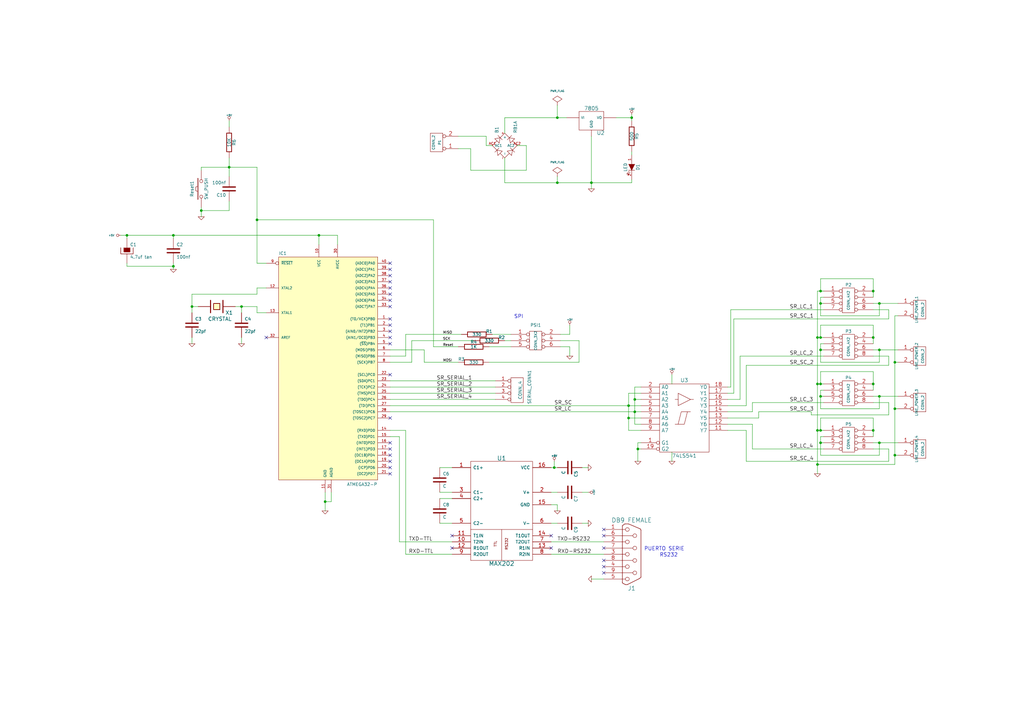
<source format=kicad_sch>
(kicad_sch (version 20230121) (generator eeschema)
  (paper "A3")
  (title_block (date "14 sep 2012"))
  (lib_symbols
    (symbol "hard_control-rescue:+5V" (power) (pin_names (offset 1.016))
      (property "Value" "+5V" (at 0 2.286 0))
      (symbol "+5V_0_0"
        (pin power_in line (at 0 0 90) (length 0) hide (name "+5V") (number "1"))
      )
      (symbol "+5V_0_1"
        (polyline (pts (xy 0 0) (xy 0 0.762) (xy 0 0.762) (xy 0 0.762)))
        (circle (center 0 1.27) (radius 0.508))
      )
    )
    (symbol "hard_control-rescue:74LS541" (pin_names (offset 0.762))
      (property "Reference" "U" (at 0 14.605 0))
      (property "Value" "74LS541" (at 0 -14.605 0))
      (symbol "74LS541_0_0"
        (pin power_in line (at -5.08 -13.97 90) (length 0) hide (name "GND") (number "10"))
        (pin power_in line (at -5.08 13.97 270) (length 0) hide (name "VCC") (number "20"))
      )
      (symbol "74LS541_0_1"
        (rectangle (start -10.16 13.97) (end 10.16 -13.97))
        (polyline (pts (xy -2.54 7.62) (xy -3.81 7.62)))
        (polyline (pts (xy 2.54 7.62) (xy 3.81 7.62)))
        (polyline (pts (xy 1.27 2.54) (xy 0 -2.54) (xy -2.54 -2.54)))
        (polyline (pts (xy -2.54 10.16) (xy -2.54 5.08) (xy 2.54 7.62) (xy -2.54 10.16)))
        (polyline (pts (xy 2.54 2.54) (xy -1.27 2.54) (xy -2.54 -2.54) (xy -3.81 -2.54)))
      )
      (symbol "74LS541_1_1"
        (pin input inverted (at -17.78 -10.16 0) (length 7.62) (name "G1") (number "1"))
        (pin tri_state line (at 17.78 -5.08 180) (length 7.62) (name "Y7") (number "11"))
        (pin tri_state line (at 17.78 -2.54 180) (length 7.62) (name "Y6") (number "12"))
        (pin tri_state line (at 17.78 0 180) (length 7.62) (name "Y5") (number "13"))
        (pin tri_state line (at 17.78 2.54 180) (length 7.62) (name "Y4") (number "14"))
        (pin tri_state line (at 17.78 5.08 180) (length 7.62) (name "Y3") (number "15"))
        (pin tri_state line (at 17.78 7.62 180) (length 7.62) (name "Y2") (number "16"))
        (pin tri_state line (at 17.78 10.16 180) (length 7.62) (name "Y1") (number "17"))
        (pin tri_state line (at 17.78 12.7 180) (length 7.62) (name "Y0") (number "18"))
        (pin input inverted (at -17.78 -12.7 0) (length 7.62) (name "G2") (number "19"))
        (pin input line (at -17.78 12.7 0) (length 7.62) (name "A0") (number "2"))
        (pin input line (at -17.78 10.16 0) (length 7.62) (name "A1") (number "3"))
        (pin input line (at -17.78 7.62 0) (length 7.62) (name "A2") (number "4"))
        (pin input line (at -17.78 5.08 0) (length 7.62) (name "A3") (number "5"))
        (pin input line (at -17.78 2.54 0) (length 7.62) (name "A4") (number "6"))
        (pin input line (at -17.78 0 0) (length 7.62) (name "A5") (number "7"))
        (pin input line (at -17.78 -2.54 0) (length 7.62) (name "A6") (number "8"))
        (pin input line (at -17.78 -5.08 0) (length 7.62) (name "A7") (number "9"))
      )
    )
    (symbol "hard_control-rescue:7805" (pin_numbers hide) (pin_names (offset 0.762))
      (property "Reference" "U" (at 3.81 -4.9784 0))
      (property "Value" "7805" (at 0 5.08 0))
      (symbol "7805_0_1"
        (rectangle (start -5.08 -3.81) (end 5.08 3.81))
      )
      (symbol "7805_1_1"
        (pin input line (at 0 -6.35 90) (length 2.54) (name "GND") (number "GND"))
        (pin input line (at -10.16 1.27 0) (length 5.08) (name "VI") (number "VI"))
        (pin power_out line (at 10.16 1.27 180) (length 5.08) (name "VO") (number "VO"))
      )
    )
    (symbol "hard_control-rescue:ATMEGA32-P" (pin_names (offset 1.016))
      (property "Reference" "IC" (at -20.32 46.482 0))
      (property "Value" "ATMEGA32-P" (at 7.62 -48.26 0))
      (symbol "ATMEGA32-P_0_1"
        (rectangle (start -20.32 45.72) (end 20.32 -45.72) (fill (type background)))
      )
      (symbol "ATMEGA32-P_1_1"
        (pin bidirectional line (at 25.4 20.32 180) (length 5.08) (name "(T0/XCK)PB0") (number "1"))
        (pin power_in line (at -3.81 50.8 270) (length 5.08) (name "VCC") (number "10"))
        (pin power_in line (at -1.27 -50.8 90) (length 5.08) (name "GND") (number "11"))
        (pin bidirectional line (at -25.4 33.02 0) (length 5.08) (name "XTAL2") (number "12"))
        (pin bidirectional line (at -25.4 22.86 0) (length 5.08) (name "XTAL1") (number "13"))
        (pin bidirectional line (at 25.4 -25.4 180) (length 5.08) (name "(RXD)PD0") (number "14"))
        (pin bidirectional line (at 25.4 -27.94 180) (length 5.08) (name "(TXD)PD1") (number "15"))
        (pin bidirectional line (at 25.4 -30.48 180) (length 5.08) (name "(INT0)PD2") (number "16"))
        (pin bidirectional line (at 25.4 -33.02 180) (length 5.08) (name "(INT1)PD3") (number "17"))
        (pin bidirectional line (at 25.4 -35.56 180) (length 5.08) (name "(OC1B)PD4") (number "18"))
        (pin bidirectional line (at 25.4 -38.1 180) (length 5.08) (name "(OC1A)PD5") (number "19"))
        (pin bidirectional line (at 25.4 17.78 180) (length 5.08) (name "(T1)PB1") (number "2"))
        (pin bidirectional line (at 25.4 -40.64 180) (length 5.08) (name "(ICP)PD6") (number "20"))
        (pin bidirectional line (at 25.4 -43.18 180) (length 5.08) (name "(OC2)PD7") (number "21"))
        (pin bidirectional line (at 25.4 -2.54 180) (length 5.08) (name "(SCL)PC0") (number "22"))
        (pin bidirectional line (at 25.4 -5.08 180) (length 5.08) (name "(SDA)PC1") (number "23"))
        (pin bidirectional line (at 25.4 -7.62 180) (length 5.08) (name "(TCK)PC2") (number "24"))
        (pin bidirectional line (at 25.4 -10.16 180) (length 5.08) (name "(TMS)PC3") (number "25"))
        (pin bidirectional line (at 25.4 -12.7 180) (length 5.08) (name "(TDO)PC4") (number "26"))
        (pin bidirectional line (at 25.4 -15.24 180) (length 5.08) (name "(TDI)PC5") (number "27"))
        (pin bidirectional line (at 25.4 -17.78 180) (length 5.08) (name "(TOSC1)PC6") (number "28"))
        (pin bidirectional line (at 25.4 -20.32 180) (length 5.08) (name "(TOSC2)PC7") (number "29"))
        (pin bidirectional line (at 25.4 15.24 180) (length 5.08) (name "(AIN0/INT2)PB2") (number "3"))
        (pin power_in line (at 3.81 50.8 270) (length 5.08) (name "AVCC") (number "30"))
        (pin power_in line (at 1.27 -50.8 90) (length 5.08) (name "AGND") (number "31"))
        (pin power_in line (at -25.4 12.7 0) (length 5.08) (name "AREF") (number "32"))
        (pin bidirectional line (at 25.4 25.4 180) (length 5.08) (name "(ADC7)PA7") (number "33"))
        (pin bidirectional line (at 25.4 27.94 180) (length 5.08) (name "(ADC6)PA6") (number "34"))
        (pin bidirectional line (at 25.4 30.48 180) (length 5.08) (name "(ADC5)PA5") (number "35"))
        (pin bidirectional line (at 25.4 33.02 180) (length 5.08) (name "(ADC4)PA4") (number "36"))
        (pin bidirectional line (at 25.4 35.56 180) (length 5.08) (name "(ADC3)PA3") (number "37"))
        (pin bidirectional line (at 25.4 38.1 180) (length 5.08) (name "(ADC2)PA2") (number "38"))
        (pin bidirectional line (at 25.4 40.64 180) (length 5.08) (name "(ADC1)PA1") (number "39"))
        (pin bidirectional line (at 25.4 12.7 180) (length 5.08) (name "(AIN1/OC0)PB3") (number "4"))
        (pin bidirectional line (at 25.4 43.18 180) (length 5.08) (name "(ADC0)PA0") (number "40"))
        (pin bidirectional line (at 25.4 10.16 180) (length 5.08) (name "(~{SS})PB4") (number "5"))
        (pin bidirectional line (at 25.4 7.62 180) (length 5.08) (name "(MOSI)PB5") (number "6"))
        (pin bidirectional line (at 25.4 5.08 180) (length 5.08) (name "(MISO)PB6") (number "7"))
        (pin bidirectional line (at 25.4 2.54 180) (length 5.08) (name "(SCK)PB7") (number "8"))
        (pin input inverted (at -25.4 43.18 0) (length 5.08) (name "~{RESET}") (number "9"))
      )
    )
    (symbol "hard_control-rescue:C" (pin_numbers hide) (pin_names (offset 0.254))
      (property "Reference" "C" (at 1.27 2.54 0))
      (property "Value" "C" (at 1.27 -2.54 0))
      (symbol "C_0_1"
        (polyline (pts (xy -2.54 -0.762) (xy 2.54 -0.762)) (stroke (width 0.508)))
        (polyline (pts (xy -2.54 0.762) (xy 2.54 0.762)) (stroke (width 0.508)))
      )
      (symbol "C_1_1"
        (pin passive line (at 0 5.08 270) (length 4.318) (name "~") (number "1"))
        (pin passive line (at 0 -5.08 90) (length 4.318) (name "~") (number "2"))
      )
    )
    (symbol "hard_control-rescue:CAPAPOL" (pin_numbers hide) (pin_names (offset 0.254) hide)
      (property "Reference" "C" (at 1.27 2.54 0))
      (property "Value" "CAPAPOL" (at 1.27 -2.54 0))
      (symbol "CAPAPOL_0_1"
        (polyline (pts (xy -2.54 1.27) (xy -2.54 -1.27) (xy 2.54 -1.27) (xy 2.54 1.27)) (stroke (width 0.2032)))
        (polyline (pts (xy -1.27 1.27) (xy -1.27 -0.508) (xy 1.27 -0.508) (xy 1.27 1.27)) (fill (type outline)))
      )
      (symbol "CAPAPOL_1_1"
        (pin passive line (at 0 5.08 270) (length 3.81) (name "~") (number "1"))
        (pin passive line (at 0 -5.08 90) (length 3.81) (name "~") (number "2"))
      )
    )
    (symbol "hard_control-rescue:CONN_2" (pin_names (offset 1.016) hide)
      (property "Reference" "P" (at -1.27 0 90))
      (property "Value" "CONN_2" (at 1.27 0 90))
      (symbol "CONN_2_0_1"
        (rectangle (start -2.54 3.81) (end 2.54 -3.81))
      )
      (symbol "CONN_2_1_1"
        (pin passive inverted (at -8.89 2.54 0) (length 6.35) (name "P1") (number "1"))
        (pin passive inverted (at -8.89 -2.54 0) (length 6.35) (name "PM") (number "2"))
      )
    )
    (symbol "hard_control-rescue:CONN_3X2" (pin_names (offset 1.016) hide)
      (property "Reference" "P" (at 0 6.35 0))
      (property "Value" "CONN_3X2" (at 0 1.27 90))
      (symbol "CONN_3X2_0_1"
        (rectangle (start -2.54 5.08) (end 2.54 -2.54))
      )
      (symbol "CONN_3X2_1_1"
        (pin passive inverted (at -10.16 3.81 0) (length 7.62) (name "1") (number "1"))
        (pin passive inverted (at 10.16 3.81 180) (length 7.62) (name "2") (number "2"))
        (pin passive inverted (at -10.16 1.27 0) (length 7.62) (name "3") (number "3"))
        (pin passive inverted (at 10.16 1.27 180) (length 7.62) (name "4") (number "4"))
        (pin passive inverted (at -10.16 -1.27 0) (length 7.62) (name "5") (number "5"))
        (pin passive inverted (at 10.16 -1.27 180) (length 7.62) (name "6") (number "6"))
      )
    )
    (symbol "hard_control-rescue:CONN_4" (pin_names (offset 1.016) hide)
      (property "Reference" "P" (at -1.27 0 90))
      (property "Value" "CONN_4" (at 1.27 0 90))
      (symbol "CONN_4_0_1"
        (rectangle (start -2.54 5.08) (end 2.54 -5.08))
      )
      (symbol "CONN_4_1_1"
        (pin passive inverted (at -8.89 3.81 0) (length 6.35) (name "P1") (number "1"))
        (pin passive inverted (at -8.89 1.27 0) (length 6.35) (name "P2") (number "2"))
        (pin passive inverted (at -8.89 -1.27 0) (length 6.35) (name "P3") (number "3"))
        (pin passive inverted (at -8.89 -3.81 0) (length 6.35) (name "P4") (number "4"))
      )
    )
    (symbol "hard_control-rescue:CONN_4X2" (pin_names (offset 1.016) hide)
      (property "Reference" "P" (at 0 6.35 0))
      (property "Value" "CONN_4X2" (at 0 0 90))
      (symbol "CONN_4X2_0_1"
        (rectangle (start -2.54 5.08) (end 2.54 -5.08))
      )
      (symbol "CONN_4X2_1_1"
        (pin passive inverted (at -10.16 3.81 0) (length 7.62) (name "1") (number "1"))
        (pin passive inverted (at 10.16 3.81 180) (length 7.62) (name "2") (number "2"))
        (pin passive inverted (at -10.16 1.27 0) (length 7.62) (name "3") (number "3"))
        (pin passive inverted (at 10.16 1.27 180) (length 7.62) (name "4") (number "4"))
        (pin passive inverted (at -10.16 -1.27 0) (length 7.62) (name "5") (number "5"))
        (pin passive inverted (at 10.16 -1.27 180) (length 7.62) (name "6") (number "6"))
        (pin passive inverted (at -10.16 -3.81 0) (length 7.62) (name "7") (number "7"))
        (pin passive inverted (at 10.16 -3.81 180) (length 7.62) (name "8") (number "8"))
      )
    )
    (symbol "hard_control-rescue:CRYSTAL" (pin_numbers hide) (pin_names (offset 1.016) hide)
      (property "Reference" "X" (at 0 3.81 0))
      (property "Value" "CRYSTAL" (at 0 -3.81 0))
      (symbol "CRYSTAL_0_1"
        (polyline (pts (xy -2.54 2.54) (xy -2.54 -2.54)) (stroke (width 0.4064)))
        (polyline (pts (xy 2.54 2.54) (xy 2.54 -2.54)) (stroke (width 0.4064)))
        (polyline (pts (xy -1.27 1.27) (xy 1.27 1.27) (xy 1.27 -1.27) (xy -1.27 -1.27) (xy -1.27 1.27)) (stroke (width 0.3048)) (fill (type background)))
      )
      (symbol "CRYSTAL_1_1"
        (pin passive line (at -7.62 0 0) (length 5.08) (name "1") (number "1"))
        (pin passive line (at 7.62 0 180) (length 5.08) (name "2") (number "2"))
      )
    )
    (symbol "hard_control-rescue:DB9" (pin_names (offset 1.016) hide)
      (property "Reference" "J" (at 0 13.97 0))
      (property "Value" "DB9" (at 0 -13.97 0))
      (symbol "DB9_0_1"
        (circle (center -1.778 -10.16) (radius 0.762))
        (circle (center -1.778 -5.08) (radius 0.762))
        (circle (center -1.778 0) (radius 0.762))
        (circle (center -1.778 5.08) (radius 0.762))
        (circle (center -1.778 10.16) (radius 0.762))
        (polyline (pts (xy -3.81 -11.684) (xy -3.81 11.684)) (stroke (width 0.2032)))
        (polyline (pts (xy -3.81 -11.6586) (xy -3.556 -11.938)) (stroke (width 0.2032)))
        (polyline (pts (xy -3.81 -10.16) (xy -2.54 -10.16)))
        (polyline (pts (xy -3.81 -7.62) (xy 0.508 -7.62)))
        (polyline (pts (xy -3.81 -5.08) (xy -2.54 -5.08)))
        (polyline (pts (xy -3.81 -2.54) (xy 0.508 -2.54)))
        (polyline (pts (xy -3.81 0) (xy -2.54 0)))
        (polyline (pts (xy -3.81 2.54) (xy 0.508 2.54)))
        (polyline (pts (xy -3.81 5.08) (xy -2.54 5.08)))
        (polyline (pts (xy -3.81 7.62) (xy 0.508 7.62)))
        (polyline (pts (xy -3.81 10.16) (xy -2.54 10.16)))
        (polyline (pts (xy -3.556 -11.938) (xy -2.794 -12.446)) (stroke (width 0.2032)))
        (polyline (pts (xy -3.556 11.938) (xy -3.81 11.684)) (stroke (width 0.2032)))
        (polyline (pts (xy -3.556 11.938) (xy -2.54 12.446)) (stroke (width 0.2032)))
        (polyline (pts (xy -2.794 -12.446) (xy -1.27 -12.446)) (stroke (width 0.2032)))
        (polyline (pts (xy -2.54 12.446) (xy -1.778 12.446)) (stroke (width 0.2032)))
        (polyline (pts (xy 3.2766 9.906) (xy -1.778 12.446)) (stroke (width 0.2032)))
        (polyline (pts (xy 3.2766 9.906) (xy 3.81 9.398)) (stroke (width 0.2032)))
        (polyline (pts (xy 3.556 -10.3886) (xy -1.27 -12.446)) (stroke (width 0.2032)))
        (polyline (pts (xy 3.81 -9.906) (xy 3.556 -10.3886)) (stroke (width 0.2032)))
        (polyline (pts (xy 3.81 9.398) (xy 3.81 -9.906)) (stroke (width 0.2032)))
        (circle (center 1.27 -7.62) (radius 0.762))
        (circle (center 1.27 -2.54) (radius 0.762))
        (circle (center 1.27 2.54) (radius 0.762))
        (circle (center 1.27 7.62) (radius 0.762))
      )
      (symbol "DB9_1_1"
        (pin passive line (at -11.43 -10.16 0) (length 7.62) (name "1") (number "1"))
        (pin passive line (at -11.43 -5.08 0) (length 7.62) (name "2") (number "2"))
        (pin passive line (at -11.43 0 0) (length 7.62) (name "3") (number "3"))
        (pin passive line (at -11.43 5.08 0) (length 7.62) (name "4") (number "4"))
        (pin passive line (at -11.43 10.16 0) (length 7.62) (name "5") (number "5"))
        (pin passive line (at -11.43 -7.62 0) (length 7.62) (name "P6") (number "6"))
        (pin passive line (at -11.43 -2.54 0) (length 7.62) (name "P7") (number "7"))
        (pin passive line (at -11.43 2.54 0) (length 7.62) (name "P8") (number "8"))
        (pin passive line (at -11.43 7.62 0) (length 7.62) (name "P9") (number "9"))
      )
    )
    (symbol "hard_control-rescue:GND" (power) (pin_names (offset 0))
      (symbol "GND_0_1"
        (polyline (pts (xy -1.27 0) (xy 0 -1.27) (xy 1.27 0) (xy -1.27 0)))
      )
      (symbol "GND_1_1"
        (pin power_in line (at 0 0 90) (length 0) hide (name "GND") (number "1"))
      )
    )
    (symbol "hard_control-rescue:LED" (pin_names (offset 1.016) hide)
      (property "Reference" "D" (at 0 2.54 0))
      (property "Value" "LED" (at 0 -2.54 0))
      (symbol "LED_0_1"
        (polyline (pts (xy 1.27 1.27) (xy 1.27 -1.27)))
        (polyline (pts (xy -1.27 1.27) (xy 1.27 0) (xy -1.27 -1.27)) (fill (type outline)))
        (polyline (pts (xy 1.651 -1.016) (xy 2.794 -2.032) (xy 2.667 -1.397)))
        (polyline (pts (xy 2.032 -0.635) (xy 3.175 -1.651) (xy 3.048 -1.016)))
      )
      (symbol "LED_1_1"
        (pin passive line (at -5.08 0 0) (length 3.81) (name "A") (number "1"))
        (pin passive line (at 5.08 0 180) (length 3.81) (name "K") (number "2"))
      )
    )
    (symbol "hard_control-rescue:MAX202" (pin_names (offset 1.016))
      (property "Reference" "U" (at 0 21.59 0))
      (property "Value" "MAX202" (at 0 -21.59 0))
      (symbol "MAX202_0_0"
        (text "RS232" (at 2.032 -13.462 900) (effects (font (size 1.016 1.016))))
        (text "TTL" (at -2.54 -13.462 900) (effects (font (size 1.016 1.016))))
      )
      (symbol "MAX202_0_1"
        (rectangle (start -12.7 -20.32) (end 12.7 20.32))
        (polyline (pts (xy -12.7 -7.62) (xy 12.7 -7.62) (xy 12.7 -7.62)))
        (polyline (pts (xy 0 -7.62) (xy 0 -20.32) (xy 0 -20.32)))
      )
      (symbol "MAX202_1_1"
        (pin input line (at -20.32 17.78 0) (length 7.62) (name "C1+") (number "1"))
        (pin input line (at -20.32 -12.7 0) (length 7.62) (name "T2IN") (number "10"))
        (pin input line (at -20.32 -10.16 0) (length 7.62) (name "T1IN") (number "11"))
        (pin output line (at -20.32 -15.24 0) (length 7.62) (name "R1OUT") (number "12"))
        (pin input line (at 20.32 -15.24 180) (length 7.62) (name "R1IN") (number "13"))
        (pin output line (at 20.32 -10.16 180) (length 7.62) (name "T1OUT") (number "14"))
        (pin power_in line (at 20.32 2.54 180) (length 7.62) (name "GND") (number "15"))
        (pin power_in line (at 20.32 17.78 180) (length 7.62) (name "VCC") (number "16"))
        (pin power_out line (at 20.32 7.62 180) (length 7.62) (name "V+") (number "2"))
        (pin input line (at -20.32 7.62 0) (length 7.62) (name "C1-") (number "3"))
        (pin input line (at -20.32 5.08 0) (length 7.62) (name "C2+") (number "4"))
        (pin input line (at -20.32 -5.08 0) (length 7.62) (name "C2-") (number "5"))
        (pin power_out line (at 20.32 -5.08 180) (length 7.62) (name "V-") (number "6"))
        (pin output line (at 20.32 -12.7 180) (length 7.62) (name "T2OUT") (number "7"))
        (pin input line (at 20.32 -17.78 180) (length 7.62) (name "R2IN") (number "8"))
        (pin output line (at -20.32 -17.78 0) (length 7.62) (name "R2OUT") (number "9"))
      )
    )
    (symbol "hard_control-rescue:PWR_FLAG" (power) (pin_numbers hide) (pin_names (offset 0) hide)
      (property "Value" "PWR_FLAG" (at 0 4.572 0))
      (symbol "PWR_FLAG_0_0"
        (pin power_out line (at 0 0 90) (length 0) (name "pwr") (number "1"))
      )
      (symbol "PWR_FLAG_0_1"
        (polyline (pts (xy 0 0) (xy 0 1.27) (xy -1.905 2.54) (xy 0 3.81) (xy 1.905 2.54) (xy 0 1.27)))
      )
    )
    (symbol "hard_control-rescue:R" (pin_numbers hide) (pin_names (offset 0))
      (property "Reference" "R" (at 2.032 0 90))
      (property "Value" "R" (at 0 0 90))
      (symbol "R_0_1"
        (rectangle (start -1.016 3.81) (end 1.016 -3.81) (stroke (width 0.3048)))
      )
      (symbol "R_1_1"
        (pin passive line (at 0 6.35 270) (length 2.54) (name "~") (number "1"))
        (pin passive line (at 0 -6.35 90) (length 2.54) (name "~") (number "2"))
      )
    )
    (symbol "hard_control-rescue:SW_PUSH" (pin_numbers hide) (pin_names (offset 1.016) hide)
      (property "Reference" "SW" (at 3.81 2.794 0))
      (property "Value" "SW_PUSH" (at 0 -2.032 0))
      (symbol "SW_PUSH_0_1"
        (rectangle (start -4.318 1.27) (end 4.318 1.524))
        (polyline (pts (xy -1.016 1.524) (xy -0.762 2.286) (xy 0.762 2.286) (xy 1.016 1.524)))
        (pin passive inverted (at -7.62 0 0) (length 5.08) (name "1") (number "1"))
        (pin passive inverted (at 7.62 0 180) (length 5.08) (name "2") (number "2"))
      )
    )
    (symbol "varios:RB1A" (pin_names (offset 1.016))
      (property "Reference" "B" (at 5.08 2.54 0))
      (property "Value" "RB1A" (at 5.08 -5.08 0))
      (symbol "RB1A_1_0"
        (polyline (pts (xy -5.08 0) (xy -3.2766 1.8034)))
        (polyline (pts (xy -4.064 -2.794) (xy -2.286 -1.016)))
        (polyline (pts (xy -4.064 2.794) (xy -2.286 1.016)))
        (polyline (pts (xy -3.2766 -1.8034) (xy -5.08 0)))
        (polyline (pts (xy -2.7178 -4.0386) (xy -0.9398 -2.2606)))
        (polyline (pts (xy -2.7178 4.0386) (xy -1.0668 2.3876)))
        (polyline (pts (xy -1.905 -3.175) (xy -4.064 -2.794)))
        (polyline (pts (xy -1.905 -3.175) (xy -2.286 -1.016)))
        (polyline (pts (xy -1.905 3.175) (xy -4.064 2.794)))
        (polyline (pts (xy -1.905 3.175) (xy -2.286 1.016)))
        (polyline (pts (xy -1.905 3.175) (xy 0 5.08)))
        (polyline (pts (xy 0 -5.08) (xy -1.905 -3.175)))
        (polyline (pts (xy 0 -5.08) (xy 1.8034 -3.2766)))
        (polyline (pts (xy 0 5.08) (xy 1.8034 3.2766)))
        (polyline (pts (xy 1.016 -2.286) (xy 2.794 -4.064)))
        (polyline (pts (xy 1.016 2.286) (xy 2.794 4.064)))
        (polyline (pts (xy 2.3622 -1.0668) (xy 4.1402 -2.8448)))
        (polyline (pts (xy 2.3622 1.016) (xy 4.1402 2.794)))
        (polyline (pts (xy 3.175 -1.905) (xy 1.016 -2.286)))
        (polyline (pts (xy 3.175 -1.905) (xy 2.794 -4.064)))
        (polyline (pts (xy 3.175 1.905) (xy 1.016 2.286)))
        (polyline (pts (xy 3.175 1.905) (xy 2.794 4.064)))
        (polyline (pts (xy 3.175 1.905) (xy 5.08 0)))
        (polyline (pts (xy 5.08 0) (xy 3.175 -1.905)))
      )
      (symbol "RB1A_1_1"
        (pin passive line (at 5.08 0 180) (length 0) (name "+") (number "+"))
        (pin passive line (at -5.08 0 0) (length 0) (name "-") (number "-"))
        (pin passive line (at 0 5.08 270) (length 0) (name "AC1") (number "AC1"))
        (pin passive line (at 0 -5.08 90) (length 0) (name "AC2") (number "AC2"))
      )
    )
  )
  (junction (at 130.81 96.52))
  (junction (at 257.81 166.37))
  (junction (at 259.08 48.26))
  (junction (at 227.33 191.77))
  (junction (at 360.68 162.56))
  (junction (at 71.12 96.52))
  (junction (at 367.03 186.69))
  (junction (at 336.55 176.53))
  (junction (at 336.55 162.56))
  (junction (at 336.55 157.48))
  (junction (at 360.68 124.46))
  (junction (at 335.28 138.43))
  (junction (at 93.98 68.58))
  (junction (at 336.55 181.61))
  (junction (at 78.74 125.73))
  (junction (at 358.14 157.48))
  (junction (at 336.55 138.43))
  (junction (at 228.6 74.93))
  (junction (at 82.55 86.36))
  (junction (at 105.41 90.17))
  (junction (at 367.03 167.64))
  (junction (at 336.55 124.46))
  (junction (at 335.28 190.5))
  (junction (at 360.68 143.51))
  (junction (at 257.81 171.45))
  (junction (at 71.12 109.22))
  (junction (at 367.03 148.59))
  (junction (at 360.68 181.61))
  (junction (at 228.6 48.26))
  (junction (at 260.35 168.91))
  (junction (at 133.35 205.74))
  (junction (at 358.14 138.43))
  (junction (at 335.28 176.53))
  (junction (at 99.06 125.73))
  (junction (at 242.57 74.93))
  (junction (at 336.55 143.51))
  (junction (at 335.28 157.48))
  (junction (at 260.35 163.83))
  (junction (at 261.62 184.15))
  (junction (at 358.14 119.38))
  (junction (at 358.14 176.53))
  (junction (at 336.55 119.38))
  (junction (at 52.07 96.52))
  (no_connect (at 160.02 123.19))
  (no_connect (at 160.02 133.35))
  (no_connect (at 160.02 113.03))
  (no_connect (at 160.02 135.89))
  (no_connect (at 160.02 171.45))
  (no_connect (at 247.65 234.95))
  (no_connect (at 247.65 217.17))
  (no_connect (at 160.02 153.67))
  (no_connect (at 160.02 130.81))
  (no_connect (at 160.02 120.65))
  (no_connect (at 160.02 118.11))
  (no_connect (at 160.02 184.15))
  (no_connect (at 160.02 191.77))
  (no_connect (at 226.06 219.71))
  (no_connect (at 160.02 138.43))
  (no_connect (at 109.22 138.43))
  (no_connect (at 247.65 224.79))
  (no_connect (at 160.02 181.61))
  (no_connect (at 160.02 107.95))
  (no_connect (at 160.02 189.23))
  (no_connect (at 247.65 219.71))
  (no_connect (at 160.02 110.49))
  (no_connect (at 160.02 115.57))
  (no_connect (at 160.02 194.31))
  (no_connect (at 185.42 224.79))
  (no_connect (at 185.42 219.71))
  (no_connect (at 247.65 229.87))
  (no_connect (at 160.02 125.73))
  (no_connect (at 160.02 186.69))
  (no_connect (at 247.65 232.41))
  (no_connect (at 160.02 140.97))
  (no_connect (at 226.06 224.79))
  (wire (pts (xy 275.59 157.48) (xy 275.59 153.67)))
  (wire (pts (xy 189.23 137.16) (xy 166.37 137.16)))
  (wire (pts (xy 227.33 191.77) (xy 228.6 191.77)))
  (wire (pts (xy 358.14 157.48) (xy 358.14 160.02)))
  (wire (pts (xy 82.55 86.36) (xy 82.55 88.9)))
  (wire (pts (xy 228.6 74.93) (xy 207.01 74.93)))
  (wire (pts (xy 360.68 124.46) (xy 360.68 129.54)))
  (wire (pts (xy 226.06 222.25) (xy 247.65 222.25)))
  (wire (pts (xy 233.68 137.16) (xy 233.68 133.35)))
  (wire (pts (xy 360.68 181.61) (xy 368.3 181.61)))
  (wire (pts (xy 228.6 48.26) (xy 207.01 48.26)))
  (wire (pts (xy 298.45 158.75) (xy 299.72 158.75)))
  (wire (pts (xy 160.02 158.75) (xy 203.2 158.75)))
  (wire (pts (xy 260.35 168.91) (xy 260.35 163.83)))
  (wire (pts (xy 207.01 48.26) (xy 207.01 54.61)))
  (wire (pts (xy 166.37 176.53) (xy 166.37 227.33)))
  (wire (pts (xy 138.43 100.33) (xy 138.43 96.52)))
  (wire (pts (xy 78.74 120.65) (xy 78.74 125.73)))
  (wire (pts (xy 306.07 189.23) (xy 364.49 189.23)))
  (wire (pts (xy 336.55 181.61) (xy 336.55 186.69)))
  (wire (pts (xy 262.89 181.61) (xy 261.62 181.61)))
  (wire (pts (xy 105.41 118.11) (xy 105.41 120.65)))
  (wire (pts (xy 336.55 152.4) (xy 358.14 152.4)))
  (wire (pts (xy 336.55 133.35) (xy 358.14 133.35)))
  (wire (pts (xy 228.6 207.01) (xy 228.6 209.55)))
  (wire (pts (xy 187.96 55.88) (xy 199.39 55.88)))
  (wire (pts (xy 358.14 179.07) (xy 358.14 176.53)))
  (wire (pts (xy 367.03 167.64) (xy 368.3 167.64)))
  (wire (pts (xy 306.07 149.86) (xy 364.49 149.86)))
  (wire (pts (xy 226.06 207.01) (xy 228.6 207.01)))
  (wire (pts (xy 337.82 143.51) (xy 336.55 143.51)))
  (wire (pts (xy 358.14 121.92) (xy 358.14 119.38)))
  (wire (pts (xy 332.74 170.18) (xy 364.49 170.18)))
  (wire (pts (xy 336.55 160.02) (xy 336.55 162.56)))
  (wire (pts (xy 360.68 186.69) (xy 336.55 186.69)))
  (wire (pts (xy 260.35 158.75) (xy 262.89 158.75)))
  (wire (pts (xy 308.61 165.1) (xy 308.61 168.91)))
  (wire (pts (xy 335.28 157.48) (xy 335.28 176.53)))
  (wire (pts (xy 262.89 166.37) (xy 257.81 166.37)))
  (wire (pts (xy 360.68 143.51) (xy 358.14 143.51)))
  (wire (pts (xy 203.2 161.29) (xy 160.02 161.29)))
  (wire (pts (xy 259.08 62.23) (xy 259.08 63.5)))
  (wire (pts (xy 262.89 184.15) (xy 261.62 184.15)))
  (wire (pts (xy 337.82 138.43) (xy 336.55 138.43)))
  (wire (pts (xy 163.83 179.07) (xy 160.02 179.07)))
  (wire (pts (xy 308.61 168.91) (xy 298.45 168.91)))
  (wire (pts (xy 336.55 157.48) (xy 336.55 152.4)))
  (wire (pts (xy 227.33 189.23) (xy 227.33 191.77)))
  (wire (pts (xy 160.02 163.83) (xy 203.2 163.83)))
  (wire (pts (xy 105.41 120.65) (xy 78.74 120.65)))
  (wire (pts (xy 337.82 184.15) (xy 308.61 184.15)))
  (wire (pts (xy 336.55 140.97) (xy 336.55 143.51)))
  (wire (pts (xy 133.35 205.74) (xy 133.35 201.93)))
  (wire (pts (xy 260.35 173.99) (xy 260.35 168.91)))
  (wire (pts (xy 303.53 146.05) (xy 303.53 163.83)))
  (wire (pts (xy 237.49 148.59) (xy 200.66 148.59)))
  (wire (pts (xy 237.49 139.7) (xy 237.49 148.59)))
  (wire (pts (xy 105.41 128.27) (xy 105.41 125.73)))
  (wire (pts (xy 306.07 189.23) (xy 306.07 176.53)))
  (wire (pts (xy 300.99 130.81) (xy 364.49 130.81)))
  (wire (pts (xy 52.07 96.52) (xy 49.53 96.52)))
  (wire (pts (xy 299.72 127) (xy 337.82 127)))
  (wire (pts (xy 82.55 68.58) (xy 82.55 69.85)))
  (wire (pts (xy 335.28 157.48) (xy 336.55 157.48)))
  (wire (pts (xy 364.49 146.05) (xy 358.14 146.05)))
  (wire (pts (xy 259.08 74.93) (xy 242.57 74.93)))
  (wire (pts (xy 166.37 137.16) (xy 166.37 146.05)))
  (wire (pts (xy 336.55 140.97) (xy 337.82 140.97)))
  (wire (pts (xy 242.57 55.88) (xy 242.57 74.93)))
  (wire (pts (xy 336.55 176.53) (xy 337.82 176.53)))
  (wire (pts (xy 200.66 142.24) (xy 209.55 142.24)))
  (wire (pts (xy 367.03 129.54) (xy 367.03 148.59)))
  (wire (pts (xy 71.12 96.52) (xy 71.12 97.79)))
  (wire (pts (xy 336.55 138.43) (xy 336.55 133.35)))
  (wire (pts (xy 133.35 205.74) (xy 135.89 205.74)))
  (wire (pts (xy 105.41 90.17) (xy 177.8 90.17)))
  (wire (pts (xy 133.35 209.55) (xy 133.35 205.74)))
  (wire (pts (xy 166.37 176.53) (xy 160.02 176.53)))
  (wire (pts (xy 52.07 109.22) (xy 52.07 107.95)))
  (wire (pts (xy 207.01 139.7) (xy 209.55 139.7)))
  (wire (pts (xy 168.91 139.7) (xy 194.31 139.7)))
  (wire (pts (xy 260.35 173.99) (xy 262.89 173.99)))
  (wire (pts (xy 337.82 146.05) (xy 303.53 146.05)))
  (wire (pts (xy 177.8 142.24) (xy 187.96 142.24)))
  (wire (pts (xy 368.3 162.56) (xy 360.68 162.56)))
  (wire (pts (xy 299.72 158.75) (xy 299.72 127)))
  (wire (pts (xy 261.62 181.61) (xy 261.62 184.15)))
  (wire (pts (xy 358.14 181.61) (xy 360.68 181.61)))
  (wire (pts (xy 229.87 139.7) (xy 237.49 139.7)))
  (wire (pts (xy 82.55 85.09) (xy 82.55 86.36)))
  (wire (pts (xy 105.41 107.95) (xy 109.22 107.95)))
  (wire (pts (xy 228.6 214.63) (xy 226.06 214.63)))
  (wire (pts (xy 71.12 110.49) (xy 71.12 109.22)))
  (wire (pts (xy 71.12 109.22) (xy 52.07 109.22)))
  (wire (pts (xy 368.3 124.46) (xy 360.68 124.46)))
  (wire (pts (xy 260.35 168.91) (xy 160.02 168.91)))
  (wire (pts (xy 337.82 119.38) (xy 336.55 119.38)))
  (wire (pts (xy 335.28 138.43) (xy 335.28 157.48)))
  (wire (pts (xy 109.22 128.27) (xy 105.41 128.27)))
  (wire (pts (xy 215.9 59.69) (xy 212.09 59.69)))
  (wire (pts (xy 367.03 186.69) (xy 367.03 190.5)))
  (wire (pts (xy 358.14 119.38) (xy 358.14 114.3)))
  (wire (pts (xy 336.55 157.48) (xy 337.82 157.48)))
  (wire (pts (xy 336.55 138.43) (xy 335.28 138.43)))
  (wire (pts (xy 247.65 237.49) (xy 242.57 237.49)))
  (wire (pts (xy 257.81 166.37) (xy 160.02 166.37)))
  (wire (pts (xy 368.3 148.59) (xy 367.03 148.59)))
  (wire (pts (xy 99.06 128.27) (xy 99.06 125.73)))
  (wire (pts (xy 185.42 214.63) (xy 180.34 214.63)))
  (wire (pts (xy 364.49 127) (xy 358.14 127)))
  (wire (pts (xy 298.45 171.45) (xy 311.15 171.45)))
  (wire (pts (xy 332.74 168.91) (xy 332.74 170.18)))
  (wire (pts (xy 298.45 166.37) (xy 306.07 166.37)))
  (wire (pts (xy 262.89 163.83) (xy 260.35 163.83)))
  (wire (pts (xy 238.76 191.77) (xy 241.3 191.77)))
  (wire (pts (xy 360.68 167.64) (xy 360.68 162.56)))
  (wire (pts (xy 199.39 59.69) (xy 201.93 59.69)))
  (wire (pts (xy 242.57 74.93) (xy 242.57 77.47)))
  (wire (pts (xy 303.53 163.83) (xy 298.45 163.83)))
  (wire (pts (xy 173.99 148.59) (xy 187.96 148.59)))
  (wire (pts (xy 99.06 138.43) (xy 99.06 140.97)))
  (wire (pts (xy 138.43 96.52) (xy 130.81 96.52)))
  (wire (pts (xy 367.03 190.5) (xy 335.28 190.5)))
  (wire (pts (xy 242.57 74.93) (xy 228.6 74.93)))
  (wire (pts (xy 336.55 160.02) (xy 337.82 160.02)))
  (wire (pts (xy 337.82 165.1) (xy 308.61 165.1)))
  (wire (pts (xy 193.04 69.85) (xy 193.04 60.96)))
  (wire (pts (xy 358.14 171.45) (xy 336.55 171.45)))
  (wire (pts (xy 93.98 64.77) (xy 93.98 68.58)))
  (wire (pts (xy 336.55 148.59) (xy 360.68 148.59)))
  (wire (pts (xy 336.55 121.92) (xy 336.55 124.46)))
  (wire (pts (xy 232.41 48.26) (xy 228.6 48.26)))
  (wire (pts (xy 163.83 222.25) (xy 163.83 179.07)))
  (wire (pts (xy 180.34 191.77) (xy 185.42 191.77)))
  (wire (pts (xy 252.73 48.26) (xy 259.08 48.26)))
  (wire (pts (xy 275.59 189.23) (xy 275.59 185.42)))
  (wire (pts (xy 71.12 109.22) (xy 71.12 107.95)))
  (wire (pts (xy 180.34 204.47) (xy 185.42 204.47)))
  (wire (pts (xy 207.01 74.93) (xy 207.01 64.77)))
  (wire (pts (xy 226.06 201.93) (xy 228.6 201.93)))
  (wire (pts (xy 360.68 124.46) (xy 358.14 124.46)))
  (wire (pts (xy 203.2 156.21) (xy 160.02 156.21)))
  (wire (pts (xy 364.49 149.86) (xy 364.49 146.05)))
  (wire (pts (xy 93.98 49.53) (xy 93.98 52.07)))
  (wire (pts (xy 259.08 74.93) (xy 259.08 73.66)))
  (wire (pts (xy 311.15 171.45) (xy 311.15 168.91)))
  (wire (pts (xy 308.61 173.99) (xy 298.45 173.99)))
  (wire (pts (xy 336.55 143.51) (xy 336.55 148.59)))
  (wire (pts (xy 360.68 181.61) (xy 360.68 186.69)))
  (wire (pts (xy 82.55 86.36) (xy 93.98 86.36)))
  (wire (pts (xy 105.41 68.58) (xy 93.98 68.58)))
  (wire (pts (xy 52.07 97.79) (xy 52.07 96.52)))
  (wire (pts (xy 215.9 69.85) (xy 215.9 59.69)))
  (wire (pts (xy 160.02 148.59) (xy 168.91 148.59)))
  (wire (pts (xy 105.41 118.11) (xy 109.22 118.11)))
  (wire (pts (xy 193.04 60.96) (xy 187.96 60.96)))
  (wire (pts (xy 96.52 125.73) (xy 99.06 125.73)))
  (wire (pts (xy 93.98 68.58) (xy 82.55 68.58)))
  (wire (pts (xy 364.49 165.1) (xy 358.14 165.1)))
  (wire (pts (xy 241.3 201.93) (xy 238.76 201.93)))
  (wire (pts (xy 105.41 90.17) (xy 105.41 107.95)))
  (wire (pts (xy 335.28 176.53) (xy 336.55 176.53)))
  (wire (pts (xy 311.15 168.91) (xy 332.74 168.91)))
  (wire (pts (xy 260.35 163.83) (xy 260.35 158.75)))
  (wire (pts (xy 337.82 181.61) (xy 336.55 181.61)))
  (wire (pts (xy 367.03 186.69) (xy 368.3 186.69)))
  (wire (pts (xy 364.49 184.15) (xy 364.49 189.23)))
  (wire (pts (xy 364.49 165.1) (xy 364.49 170.18)))
  (wire (pts (xy 336.55 162.56) (xy 336.55 167.64)))
  (wire (pts (xy 257.81 171.45) (xy 262.89 171.45)))
  (wire (pts (xy 358.14 176.53) (xy 358.14 171.45)))
  (wire (pts (xy 300.99 161.29) (xy 300.99 130.81)))
  (wire (pts (xy 257.81 176.53) (xy 257.81 171.45)))
  (wire (pts (xy 257.81 166.37) (xy 257.81 161.29)))
  (wire (pts (xy 358.14 152.4) (xy 358.14 157.48)))
  (wire (pts (xy 335.28 176.53) (xy 335.28 190.5)))
  (wire (pts (xy 364.49 130.81) (xy 364.49 127)))
  (wire (pts (xy 130.81 96.52) (xy 71.12 96.52)))
  (wire (pts (xy 78.74 138.43) (xy 78.74 140.97)))
  (wire (pts (xy 233.68 142.24) (xy 229.87 142.24)))
  (wire (pts (xy 233.68 146.05) (xy 233.68 142.24)))
  (wire (pts (xy 199.39 55.88) (xy 199.39 59.69)))
  (wire (pts (xy 335.28 190.5) (xy 335.28 194.31)))
  (wire (pts (xy 105.41 68.58) (xy 105.41 90.17)))
  (wire (pts (xy 306.07 176.53) (xy 298.45 176.53)))
  (wire (pts (xy 337.82 121.92) (xy 336.55 121.92)))
  (wire (pts (xy 257.81 171.45) (xy 257.81 166.37)))
  (wire (pts (xy 93.98 68.58) (xy 93.98 72.39)))
  (wire (pts (xy 259.08 46.99) (xy 259.08 48.26)))
  (wire (pts (xy 358.14 184.15) (xy 364.49 184.15)))
  (wire (pts (xy 166.37 146.05) (xy 160.02 146.05)))
  (wire (pts (xy 368.3 129.54) (xy 367.03 129.54)))
  (wire (pts (xy 335.28 119.38) (xy 335.28 138.43)))
  (wire (pts (xy 298.45 161.29) (xy 300.99 161.29)))
  (wire (pts (xy 185.42 201.93) (xy 180.34 201.93)))
  (wire (pts (xy 337.82 179.07) (xy 336.55 179.07)))
  (wire (pts (xy 336.55 167.64) (xy 360.68 167.64)))
  (wire (pts (xy 173.99 143.51) (xy 160.02 143.51)))
  (wire (pts (xy 257.81 161.29) (xy 262.89 161.29)))
  (wire (pts (xy 130.81 96.52) (xy 130.81 100.33)))
  (wire (pts (xy 226.06 191.77) (xy 227.33 191.77)))
  (wire (pts (xy 261.62 184.15) (xy 261.62 189.23)))
  (wire (pts (xy 228.6 48.26) (xy 228.6 43.18)))
  (wire (pts (xy 173.99 143.51) (xy 173.99 148.59)))
  (wire (pts (xy 360.68 148.59) (xy 360.68 143.51)))
  (wire (pts (xy 336.55 179.07) (xy 336.55 181.61)))
  (wire (pts (xy 228.6 72.39) (xy 228.6 74.93)))
  (wire (pts (xy 367.03 167.64) (xy 367.03 186.69)))
  (wire (pts (xy 71.12 96.52) (xy 52.07 96.52)))
  (wire (pts (xy 336.55 171.45) (xy 336.55 176.53)))
  (wire (pts (xy 241.3 214.63) (xy 238.76 214.63)))
  (wire (pts (xy 336.55 119.38) (xy 335.28 119.38)))
  (wire (pts (xy 193.04 69.85) (xy 215.9 69.85)))
  (wire (pts (xy 168.91 148.59) (xy 168.91 139.7)))
  (wire (pts (xy 337.82 124.46) (xy 336.55 124.46)))
  (wire (pts (xy 337.82 162.56) (xy 336.55 162.56)))
  (wire (pts (xy 360.68 129.54) (xy 336.55 129.54)))
  (wire (pts (xy 78.74 125.73) (xy 78.74 128.27)))
  (wire (pts (xy 177.8 90.17) (xy 177.8 142.24)))
  (wire (pts (xy 81.28 125.73) (xy 78.74 125.73)))
  (wire (pts (xy 368.3 143.51) (xy 360.68 143.51)))
  (wire (pts (xy 367.03 148.59) (xy 367.03 167.64)))
  (wire (pts (xy 166.37 227.33) (xy 185.42 227.33)))
  (wire (pts (xy 358.14 133.35) (xy 358.14 138.43)))
  (wire (pts (xy 336.55 114.3) (xy 336.55 119.38)))
  (wire (pts (xy 360.68 162.56) (xy 358.14 162.56)))
  (wire (pts (xy 185.42 222.25) (xy 163.83 222.25)))
  (wire (pts (xy 262.89 176.53) (xy 257.81 176.53)))
  (wire (pts (xy 262.89 168.91) (xy 260.35 168.91)))
  (wire (pts (xy 201.93 137.16) (xy 209.55 137.16)))
  (wire (pts (xy 247.65 227.33) (xy 226.06 227.33)))
  (wire (pts (xy 259.08 48.26) (xy 259.08 49.53)))
  (wire (pts (xy 229.87 137.16) (xy 233.68 137.16)))
  (wire (pts (xy 358.14 114.3) (xy 336.55 114.3)))
  (wire (pts (xy 358.14 138.43) (xy 358.14 140.97)))
  (wire (pts (xy 336.55 124.46) (xy 336.55 129.54)))
  (wire (pts (xy 135.89 205.74) (xy 135.89 201.93)))
  (wire (pts (xy 306.07 166.37) (xy 306.07 149.86)))
  (wire (pts (xy 93.98 86.36) (xy 93.98 82.55)))
  (wire (pts (xy 308.61 184.15) (xy 308.61 173.99)))
  (wire (pts (xy 99.06 125.73) (xy 105.41 125.73)))
  (text "PUERTO SERIE" (at 264.16 226.06 0) (effects (font (size 1.524 1.524)) (justify left bottom)))
  (text "RS232" (at 270.51 228.6 0) (effects (font (size 1.524 1.524)) (justify left bottom)))
  (text "SPI" (at 210.82 130.81 0) (effects (font (size 1.524 1.524)) (justify left bottom)))
  (label "MISO" (at 181.61 137.16 0) (effects (font (size 1.016 1.016))))
  (label "SR_SERIAL_4" (at 179.07 163.83 0) (effects (font (size 1.524 1.524))))
  (label "SR_SC_3" (at 323.85 168.91 0) (effects (font (size 1.524 1.524))))
  (label "MOSI" (at 181.61 148.59 0) (effects (font (size 1.016 1.016))))
  (label "SR_LC" (at 227.33 168.91 0) (effects (font (size 1.524 1.524))))
  (label "SR_SERIAL_3" (at 179.07 161.29 0) (effects (font (size 1.524 1.524))))
  (label "TXD-RS232" (at 228.6 222.25 0) (effects (font (size 1.524 1.524))))
  (label "RXD-TTL" (at 167.64 227.33 0) (effects (font (size 1.524 1.524))))
  (label "Reset" (at 181.61 142.24 0) (effects (font (size 1.016 1.016))))
  (label "SR_SERIAL_2" (at 179.07 158.75 0) (effects (font (size 1.524 1.524))))
  (label "RXD-RS232" (at 228.6 227.33 0) (effects (font (size 1.524 1.524))))
  (label "SR_LC_1" (at 323.85 127 0) (effects (font (size 1.524 1.524))))
  (label "SR_SC_1" (at 323.85 130.81 0) (effects (font (size 1.524 1.524))))
  (label "SR_SERIAL_1" (at 179.07 156.21 0) (effects (font (size 1.524 1.524))))
  (label "SR_SC" (at 227.33 166.37 0) (effects (font (size 1.524 1.524))))
  (label "SR_LC_2" (at 323.85 146.05 0) (effects (font (size 1.524 1.524))))
  (label "SCK" (at 181.61 139.7 0) (effects (font (size 1.016 1.016))))
  (label "SR_LC_3" (at 323.85 165.1 0) (effects (font (size 1.524 1.524))))
  (label "SR_SC_4" (at 323.85 189.23 0) (effects (font (size 1.524 1.524))))
  (label "SR_LC_4" (at 323.85 184.15 0) (effects (font (size 1.524 1.524))))
  (label "TXD-TTL" (at 167.64 222.25 0) (effects (font (size 1.524 1.524))))
  (label "SR_SC_2" (at 323.85 149.86 0) (effects (font (size 1.524 1.524))))
  (symbol (lib_id "hard_control-rescue:ATMEGA32-P") (at 134.62 151.13 0) (unit 1)
    (property "Reference" "IC1" (at 114.3 104.648 0) (effects (justify left bottom)))
    (property "Value" "ATMEGA32-P" (at 142.24 199.39 0) (effects (justify left bottom)))
    (property "Footprint" "DIL40" (effects hide))
  )
  (symbol (lib_id "hard_control-rescue:GND") (at 241.3 191.77 90) (unit 1)
    (property "Reference" "#PWR023" (effects hide))
    (property "Value" "GND" (effects hide))
  )
  (symbol (lib_id "hard_control-rescue:+5V") (at 227.33 189.23 0) (unit 1)
    (property "Reference" "#PWR022" (effects hide))
    (property "Value" "+5V" (at 227.33 186.944 0) (effects (font (size 0.762 0.762))))
  )
  (symbol (lib_id "hard_control-rescue:+5V") (at 241.3 201.93 270) (unit 1)
    (property "Reference" "#PWR021" (effects hide))
    (property "Value" "+5V" (at 243.586 201.93 0) (effects (font (size 0.762 0.762))))
  )
  (symbol (lib_id "hard_control-rescue:GND") (at 241.3 214.63 90) (unit 1)
    (property "Reference" "#PWR020" (effects hide))
    (property "Value" "GND" (effects hide))
  )
  (symbol (lib_id "hard_control-rescue:GND") (at 242.57 237.49 270) (unit 1)
    (property "Reference" "#PWR019" (effects hide))
    (property "Value" "GND" (effects hide))
  )
  (symbol (lib_id "hard_control-rescue:GND") (at 228.6 209.55 0) (unit 1)
    (property "Reference" "#PWR018" (effects hide))
    (property "Value" "GND" (effects hide))
  )
  (symbol (lib_id "hard_control-rescue:C") (at 233.68 214.63 270) (unit 1)
    (property "Reference" "C9" (at 236.22 215.9 0) (effects (justify left)))
    (property "Value" "C" (at 231.14 215.9 0) (effects (justify left)))
  )
  (symbol (lib_id "hard_control-rescue:C") (at 233.68 201.93 270) (unit 1)
    (property "Reference" "C7" (at 236.22 203.2 0) (effects (justify left)))
    (property "Value" "C" (at 231.14 203.2 0) (effects (justify left)))
  )
  (symbol (lib_id "hard_control-rescue:C") (at 233.68 191.77 270) (unit 1)
    (property "Reference" "C5" (at 236.22 193.04 0) (effects (justify left)))
    (property "Value" "C" (at 231.14 193.04 0) (effects (justify left)))
  )
  (symbol (lib_id "hard_control-rescue:C") (at 180.34 209.55 0) (unit 1)
    (property "Reference" "C8" (at 181.61 207.01 0) (effects (justify left)))
    (property "Value" "C" (at 181.61 212.09 0) (effects (justify left)))
  )
  (symbol (lib_id "hard_control-rescue:C") (at 180.34 196.85 0) (unit 1)
    (property "Reference" "C6" (at 181.61 194.31 0) (effects (justify left)))
    (property "Value" "C" (at 181.61 199.39 0) (effects (justify left)))
  )
  (symbol (lib_id "hard_control-rescue:DB9") (at 259.08 227.33 0) (mirror x) (unit 1)
    (property "Reference" "J1" (at 259.08 241.3 0) (effects (font (size 1.778 1.778))))
    (property "Value" "DB9 FEMALE" (at 259.08 213.36 0) (effects (font (size 1.778 1.778))))
  )
  (symbol (lib_id "hard_control-rescue:MAX202") (at 205.74 209.55 0) (unit 1)
    (property "Reference" "U1" (at 205.74 187.96 0) (effects (font (size 1.778 1.778))))
    (property "Value" "MAX202" (at 205.74 231.14 0) (effects (font (size 1.778 1.778))))
  )
  (symbol (lib_id "hard_control-rescue:R") (at 194.31 142.24 90) (unit 1)
    (property "Reference" "R4" (at 194.31 140.208 90))
    (property "Value" "1K" (at 194.31 142.24 90))
  )
  (symbol (lib_id "hard_control-rescue:+5V") (at 233.68 133.35 0) (mirror y) (unit 1)
    (property "Reference" "#PWR017" (effects hide))
    (property "Value" "+5V" (at 233.68 131.064 0) (effects (font (size 0.762 0.762))))
  )
  (symbol (lib_id "hard_control-rescue:CONN_3X2") (at 219.71 140.97 0) (unit 1)
    (property "Reference" "PSI1" (at 219.71 133.35 0))
    (property "Value" "CONN_3X2" (at 219.71 139.7 90) (effects (font (size 1.016 1.016))))
  )
  (symbol (lib_id "hard_control-rescue:R") (at 200.66 139.7 90) (mirror x) (unit 1)
    (property "Reference" "R2" (at 205.74 138.43 90))
    (property "Value" "330" (at 200.66 139.7 90))
  )
  (symbol (lib_id "hard_control-rescue:R") (at 195.58 137.16 90) (mirror x) (unit 1)
    (property "Reference" "R1" (at 200.66 135.89 90))
    (property "Value" "330" (at 195.58 137.16 90))
  )
  (symbol (lib_id "hard_control-rescue:R") (at 194.31 148.59 270) (unit 1)
    (property "Reference" "R3" (at 189.23 147.32 90))
    (property "Value" "330" (at 194.31 148.59 90))
  )
  (symbol (lib_id "hard_control-rescue:GND") (at 233.68 146.05 0) (mirror y) (unit 1)
    (property "Reference" "#PWR016" (effects hide))
    (property "Value" "GND" (effects hide))
  )
  (symbol (lib_id "hard_control-rescue:CAPAPOL") (at 52.07 102.87 0) (unit 1)
    (property "Reference" "C1" (at 53.34 100.33 0) (effects (justify left)))
    (property "Value" "4.7uf tan" (at 53.34 105.41 0) (effects (justify left)))
  )
  (symbol (lib_id "hard_control-rescue:C") (at 71.12 102.87 0) (unit 1)
    (property "Reference" "C2" (at 72.39 100.33 0) (effects (justify left)))
    (property "Value" "100nf" (at 72.39 105.41 0) (effects (justify left)))
  )
  (symbol (lib_id "hard_control-rescue:C") (at 99.06 133.35 0) (unit 1)
    (property "Reference" "C4" (at 100.33 130.81 0) (effects (justify left)))
    (property "Value" "22pf" (at 100.33 135.89 0) (effects (justify left)))
  )
  (symbol (lib_id "hard_control-rescue:C") (at 78.74 133.35 0) (unit 1)
    (property "Reference" "C3" (at 80.01 130.81 0) (effects (justify left)))
    (property "Value" "22pf" (at 80.01 135.89 0) (effects (justify left)))
  )
  (symbol (lib_id "hard_control-rescue:CRYSTAL") (at 88.9 125.73 180) (unit 1)
    (property "Reference" "X1" (at 93.98 128.27 0) (effects (font (size 1.524 1.524))))
    (property "Value" "CRYSTAL" (at 90.17 130.81 0) (effects (font (size 1.524 1.524))))
  )
  (symbol (lib_id "hard_control-rescue:GND") (at 99.06 140.97 0) (unit 1)
    (property "Reference" "#PWR015" (effects hide))
    (property "Value" "GND" (effects hide))
  )
  (symbol (lib_id "hard_control-rescue:GND") (at 78.74 140.97 0) (unit 1)
    (property "Reference" "#PWR014" (effects hide))
    (property "Value" "GND" (effects hide))
  )
  (symbol (lib_id "hard_control-rescue:GND") (at 133.35 209.55 0) (unit 1)
    (property "Reference" "#PWR013" (effects hide))
    (property "Value" "GND" (effects hide))
  )
  (symbol (lib_id "hard_control-rescue:GND") (at 71.12 110.49 0) (unit 1)
    (property "Reference" "#PWR012" (effects hide))
    (property "Value" "GND" (effects hide))
  )
  (symbol (lib_id "hard_control-rescue:+5V") (at 49.53 96.52 90) (unit 1)
    (property "Reference" "#PWR011" (effects hide))
    (property "Value" "+5V" (at 45.72 96.52 90) (effects (font (size 0.762 0.762))))
  )
  (symbol (lib_id "hard_control-rescue:CONN_4") (at 212.09 160.02 0) (unit 1)
    (property "Reference" "SERIAL_CONN1" (at 217.17 158.75 90))
    (property "Value" "CONN_4" (at 213.36 160.02 90))
  )
  (symbol (lib_id "hard_control-rescue:CONN_4X2") (at 347.98 180.34 0) (unit 1)
    (property "Reference" "P5" (at 347.98 173.99 0))
    (property "Value" "CONN_4X2" (at 347.98 180.34 90) (effects (font (size 1.016 1.016))))
  )
  (symbol (lib_id "hard_control-rescue:GND") (at 335.28 194.31 0) (unit 1)
    (property "Reference" "#PWR010" (effects hide))
    (property "Value" "GND" (effects hide))
  )
  (symbol (lib_id "hard_control-rescue:CONN_4X2") (at 347.98 161.29 0) (unit 1)
    (property "Reference" "P4" (at 347.98 154.94 0))
    (property "Value" "CONN_4X2" (at 347.98 161.29 90) (effects (font (size 1.016 1.016))))
  )
  (symbol (lib_id "hard_control-rescue:CONN_4X2") (at 347.98 123.19 0) (unit 1)
    (property "Reference" "P2" (at 347.98 116.84 0))
    (property "Value" "CONN_4X2" (at 347.98 123.19 90) (effects (font (size 1.016 1.016))))
  )
  (symbol (lib_id "hard_control-rescue:CONN_4X2") (at 347.98 142.24 0) (unit 1)
    (property "Reference" "P3" (at 347.98 135.89 0))
    (property "Value" "CONN_4X2" (at 347.98 142.24 90) (effects (font (size 1.016 1.016))))
  )
  (symbol (lib_id "hard_control-rescue:CONN_2") (at 377.19 127 0) (unit 1)
    (property "Reference" "LINE_POWER_1" (at 375.92 127 90) (effects (font (size 1.016 1.016))))
    (property "Value" "CONN_2" (at 378.46 127 90) (effects (font (size 1.016 1.016))))
  )
  (symbol (lib_id "hard_control-rescue:CONN_2") (at 377.19 146.05 0) (unit 1)
    (property "Reference" "LINE_POWER_2" (at 375.92 146.05 90) (effects (font (size 1.016 1.016))))
    (property "Value" "CONN_2" (at 378.46 146.05 90) (effects (font (size 1.016 1.016))))
  )
  (symbol (lib_id "hard_control-rescue:CONN_2") (at 377.19 184.15 0) (unit 1)
    (property "Reference" "LINE_POWER_4" (at 375.92 184.15 90) (effects (font (size 1.016 1.016))))
    (property "Value" "CONN_2" (at 378.46 184.15 90) (effects (font (size 1.016 1.016))))
  )
  (symbol (lib_id "hard_control-rescue:CONN_2") (at 377.19 165.1 0) (unit 1)
    (property "Reference" "LINE_POWER_3" (at 375.92 165.1 90) (effects (font (size 1.016 1.016))))
    (property "Value" "CONN_2" (at 378.46 165.1 90) (effects (font (size 1.016 1.016))))
  )
  (symbol (lib_id "hard_control-rescue:74LS541") (at 280.67 171.45 0) (unit 1)
    (property "Reference" "U3" (at 280.67 156.845 0) (effects (font (size 1.524 1.524)) (justify bottom)))
    (property "Value" "74LS541" (at 280.67 186.055 0) (effects (font (size 1.524 1.524)) (justify top)))
  )
  (symbol (lib_id "hard_control-rescue:+5V") (at 275.59 153.67 0) (mirror y) (unit 1)
    (property "Reference" "#PWR09" (effects hide))
    (property "Value" "+5V" (at 275.59 151.384 0) (effects (font (size 0.762 0.762))))
  )
  (symbol (lib_id "hard_control-rescue:GND") (at 275.59 189.23 0) (mirror y) (unit 1)
    (property "Reference" "#PWR08" (effects hide))
    (property "Value" "GND" (effects hide))
  )
  (symbol (lib_id "hard_control-rescue:GND") (at 261.62 189.23 0) (mirror y) (unit 1)
    (property "Reference" "#PWR07" (effects hide))
    (property "Value" "GND" (effects hide))
  )
  (symbol (lib_id "varios:RB1A") (at 207.01 59.69 90) (unit 1)
    (property "Reference" "B1" (at 204.47 54.61 0) (effects (justify left bottom)))
    (property "Value" "RB1A" (at 212.09 54.61 0) (effects (justify left bottom)))
    (property "Footprint" "rectifier-RB1A" (effects hide))
  )
  (symbol (lib_id "hard_control-rescue:PWR_FLAG") (at 228.6 43.18 0) (unit 1)
    (property "Reference" "#FLG06" (effects hide))
    (property "Value" "PWR_FLAG" (at 228.6 37.338 0) (effects (font (size 0.762 0.762))))
  )
  (symbol (lib_id "hard_control-rescue:PWR_FLAG") (at 228.6 72.39 0) (unit 1)
    (property "Reference" "#FLG05" (effects hide))
    (property "Value" "PWR_FLAG" (at 228.6 66.548 0) (effects (font (size 0.762 0.762))))
  )
  (symbol (lib_id "hard_control-rescue:LED") (at 259.08 68.58 270) (unit 1)
    (property "Reference" "D1" (at 261.62 68.58 0))
    (property "Value" "LED" (at 256.54 68.58 0))
  )
  (symbol (lib_id "hard_control-rescue:R") (at 259.08 55.88 0) (unit 1)
    (property "Reference" "R5" (at 261.112 55.88 90))
    (property "Value" "500" (at 259.08 55.88 90))
  )
  (symbol (lib_id "hard_control-rescue:GND") (at 242.57 77.47 0) (unit 1)
    (property "Reference" "#PWR04" (effects hide))
    (property "Value" "GND" (effects hide))
  )
  (symbol (lib_id "hard_control-rescue:+5V") (at 259.08 46.99 0) (unit 1)
    (property "Reference" "#PWR03" (effects hide))
    (property "Value" "+5V" (at 259.08 44.704 0) (effects (font (size 0.762 0.762))))
  )
  (symbol (lib_id "hard_control-rescue:7805") (at 242.57 49.53 0) (unit 1)
    (property "Reference" "U2" (at 246.38 54.5084 0) (effects (font (size 1.524 1.524))))
    (property "Value" "7805" (at 242.57 44.45 0) (effects (font (size 1.524 1.524))))
  )
  (symbol (lib_id "hard_control-rescue:CONN_2") (at 179.07 58.42 180) (unit 1)
    (property "Reference" "P1" (at 180.34 58.42 90) (effects (font (size 1.016 1.016))))
    (property "Value" "CONN_2" (at 177.8 58.42 90) (effects (font (size 1.016 1.016))))
  )
  (symbol (lib_id "hard_control-rescue:GND") (at 82.55 88.9 0) (unit 1)
    (property "Reference" "#PWR02" (effects hide))
    (property "Value" "GND" (effects hide))
  )
  (symbol (lib_id "hard_control-rescue:C") (at 93.98 77.47 180) (unit 1)
    (property "Reference" "C10" (at 92.71 80.01 0) (effects (justify left)))
    (property "Value" "100nf" (at 92.71 74.93 0) (effects (justify left)))
  )
  (symbol (lib_id "hard_control-rescue:SW_PUSH") (at 82.55 77.47 90) (unit 1)
    (property "Reference" "Reset1" (at 78.74 77.47 0))
    (property "Value" "SW_PUSH" (at 84.582 77.47 0))
  )
  (symbol (lib_id "hard_control-rescue:R") (at 93.98 58.42 0) (unit 1)
    (property "Reference" "R6" (at 96.012 58.42 90))
    (property "Value" "10K" (at 93.98 58.42 90))
  )
  (symbol (lib_id "hard_control-rescue:+5V") (at 93.98 49.53 0) (unit 1)
    (property "Reference" "#PWR01" (effects hide))
    (property "Value" "+5V" (at 93.98 47.244 0) (effects (font (size 0.762 0.762))))
  )
)
</source>
